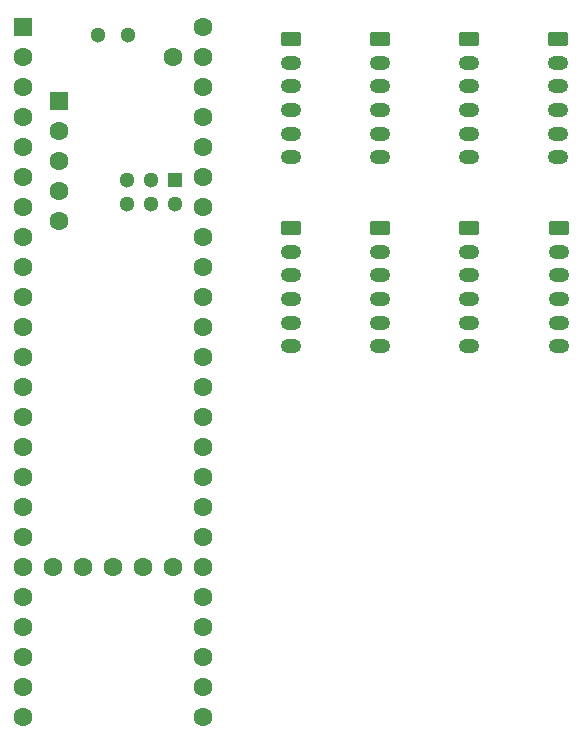
<source format=gts>
%TF.GenerationSoftware,KiCad,Pcbnew,9.0.4*%
%TF.CreationDate,2025-09-16T15:38:44-04:00*%
%TF.ProjectId,mic,6d69632e-6b69-4636-9164-5f7063625858,rev?*%
%TF.SameCoordinates,Original*%
%TF.FileFunction,Soldermask,Top*%
%TF.FilePolarity,Negative*%
%FSLAX46Y46*%
G04 Gerber Fmt 4.6, Leading zero omitted, Abs format (unit mm)*
G04 Created by KiCad (PCBNEW 9.0.4) date 2025-09-16 15:38:44*
%MOMM*%
%LPD*%
G01*
G04 APERTURE LIST*
G04 Aperture macros list*
%AMRoundRect*
0 Rectangle with rounded corners*
0 $1 Rounding radius*
0 $2 $3 $4 $5 $6 $7 $8 $9 X,Y pos of 4 corners*
0 Add a 4 corners polygon primitive as box body*
4,1,4,$2,$3,$4,$5,$6,$7,$8,$9,$2,$3,0*
0 Add four circle primitives for the rounded corners*
1,1,$1+$1,$2,$3*
1,1,$1+$1,$4,$5*
1,1,$1+$1,$6,$7*
1,1,$1+$1,$8,$9*
0 Add four rect primitives between the rounded corners*
20,1,$1+$1,$2,$3,$4,$5,0*
20,1,$1+$1,$4,$5,$6,$7,0*
20,1,$1+$1,$6,$7,$8,$9,0*
20,1,$1+$1,$8,$9,$2,$3,0*%
G04 Aperture macros list end*
%ADD10O,1.750000X1.200000*%
%ADD11RoundRect,0.250000X-0.625000X0.350000X-0.625000X-0.350000X0.625000X-0.350000X0.625000X0.350000X0*%
%ADD12C,1.600000*%
%ADD13R,1.600000X1.600000*%
%ADD14R,1.300000X1.300000*%
%ADD15C,1.300000*%
G04 APERTURE END LIST*
D10*
%TO.C,3L*%
X221000000Y-61000000D03*
X221000000Y-59000000D03*
X221000000Y-57000000D03*
X221000000Y-55000000D03*
X221000000Y-53000000D03*
D11*
X221000000Y-51000000D03*
%TD*%
%TO.C,4R*%
X228600000Y-35000000D03*
D10*
X228600000Y-37000000D03*
X228600000Y-39000000D03*
X228600000Y-41000000D03*
X228600000Y-43000000D03*
X228600000Y-45000000D03*
%TD*%
D11*
%TO.C,1R*%
X206000000Y-35000000D03*
D10*
X206000000Y-37000000D03*
X206000000Y-39000000D03*
X206000000Y-41000000D03*
X206000000Y-43000000D03*
X206000000Y-45000000D03*
%TD*%
D11*
%TO.C,3R*%
X221050000Y-35000000D03*
D10*
X221050000Y-37000000D03*
X221050000Y-39000000D03*
X221050000Y-41000000D03*
X221050000Y-43000000D03*
X221050000Y-45000000D03*
%TD*%
D11*
%TO.C,4L*%
X228650000Y-51000000D03*
D10*
X228650000Y-53000000D03*
X228650000Y-55000000D03*
X228650000Y-57000000D03*
X228650000Y-59000000D03*
X228650000Y-61000000D03*
%TD*%
%TO.C,2R*%
X213500000Y-45000000D03*
X213500000Y-43000000D03*
X213500000Y-41000000D03*
X213500000Y-39000000D03*
X213500000Y-37000000D03*
D11*
X213500000Y-35000000D03*
%TD*%
D10*
%TO.C,2L*%
X213500000Y-61000000D03*
X213500000Y-59000000D03*
X213500000Y-57000000D03*
X213500000Y-55000000D03*
X213500000Y-53000000D03*
D11*
X213500000Y-51000000D03*
%TD*%
D10*
%TO.C,1L*%
X206000000Y-61000000D03*
X206000000Y-59000000D03*
X206000000Y-57000000D03*
X206000000Y-55000000D03*
X206000000Y-53000000D03*
D11*
X206000000Y-51000000D03*
%TD*%
D12*
%TO.C,Teensy 4.1*%
X196000000Y-36500000D03*
X186350800Y-50419200D03*
X186350800Y-47879200D03*
X186350800Y-45339200D03*
X186350800Y-42799200D03*
D13*
X186350800Y-40259200D03*
D12*
X198540000Y-33960000D03*
X198540000Y-36500000D03*
X198540000Y-39040000D03*
X198540000Y-41580000D03*
X198540000Y-44120000D03*
X198540000Y-46660000D03*
X198540000Y-49200000D03*
X198540000Y-51740000D03*
X198540000Y-54280000D03*
X198540000Y-56820000D03*
X198540000Y-59360000D03*
X198540000Y-61900000D03*
X198540000Y-64440000D03*
X198540000Y-66980000D03*
D13*
X183300000Y-33960000D03*
D12*
X183300000Y-36500000D03*
X183300000Y-39040000D03*
X183300000Y-41580000D03*
X183300000Y-44120000D03*
X183300000Y-46660000D03*
X183300000Y-49200000D03*
X183300000Y-51740000D03*
X183300000Y-54280000D03*
X183300000Y-56820000D03*
X183300000Y-59360000D03*
X183300000Y-61900000D03*
X183300000Y-64440000D03*
X198540000Y-69520000D03*
X198540000Y-72060000D03*
X198540000Y-74600000D03*
X198540000Y-77140000D03*
X198540000Y-79680000D03*
X198540000Y-82220000D03*
X198540000Y-84760000D03*
X198540000Y-87300000D03*
X198540000Y-89840000D03*
X198540000Y-92380000D03*
X183300000Y-92380000D03*
X183300000Y-89840000D03*
X183300000Y-87300000D03*
X183300000Y-84760000D03*
X183300000Y-66980000D03*
X183300000Y-69520000D03*
X183300000Y-72060000D03*
X183300000Y-82220000D03*
X183300000Y-79680000D03*
X183300000Y-77140000D03*
X183300000Y-74600000D03*
D14*
X196101600Y-46930000D03*
D15*
X196101600Y-48930000D03*
X194101600Y-46930000D03*
X194101600Y-48930000D03*
X192101600Y-48930000D03*
X192101600Y-46930000D03*
D12*
X185840000Y-79680000D03*
X188380000Y-79680000D03*
X190920000Y-79680000D03*
X193460000Y-79680000D03*
X196000000Y-79680000D03*
D15*
X189650000Y-34690000D03*
X192190000Y-34690000D03*
%TD*%
M02*

</source>
